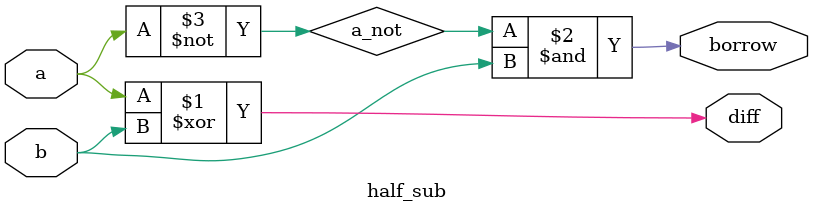
<source format=v>
module half_sub(diff,borrow,a,b);
    input a,b;
    output diff,borrow;
    wire a_not;
    xor x1(diff,a,b);
    not n1(a_not,a);
    and a1(borrow,a_not,b);
endmodule
</source>
